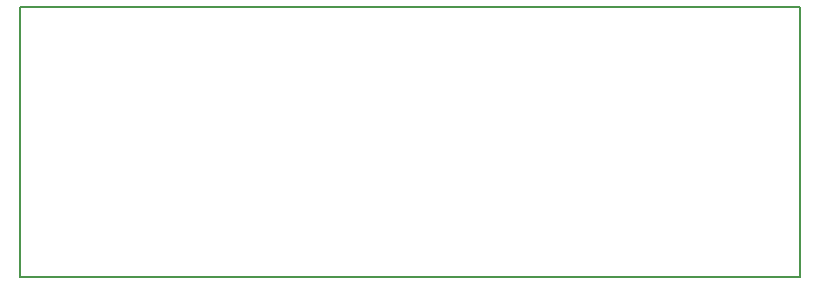
<source format=gbr>
G04 EasyPC Gerber Version 21.0.3 Build 4286 *
%FSLAX35Y35*%
%MOIN*%
%ADD12C,0.00500*%
X0Y0D02*
D02*
D12*
X250Y250D02*
X260250D01*
Y90250*
X250*
Y250*
X0Y0D02*
M02*

</source>
